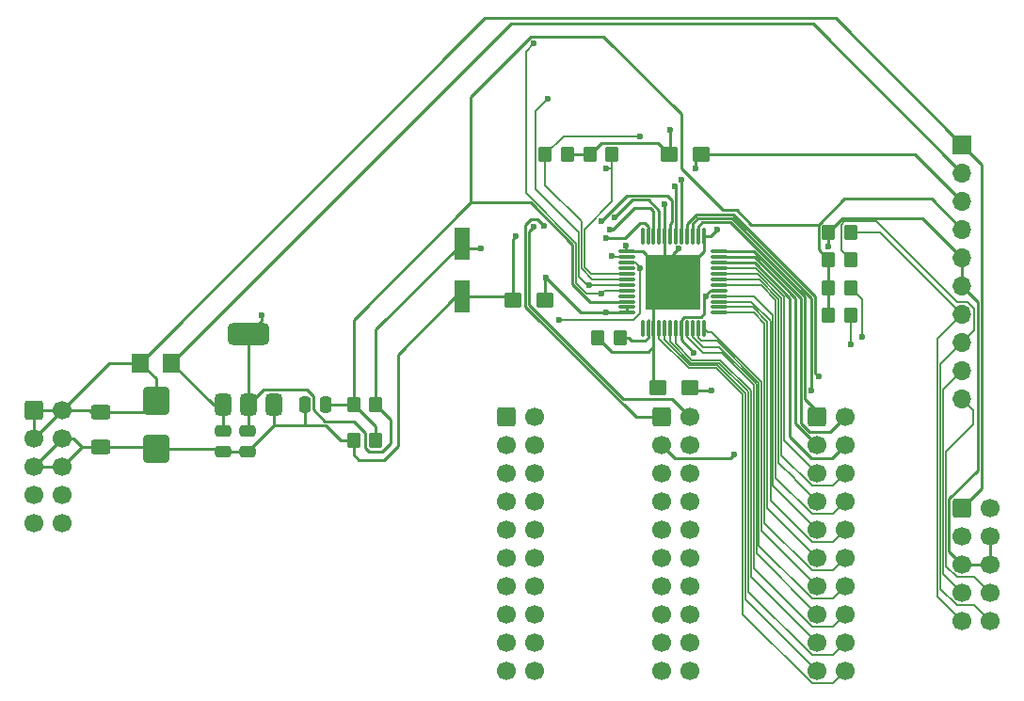
<source format=gbr>
%TF.GenerationSoftware,KiCad,Pcbnew,9.0.6-9.0.6~ubuntu22.04.1*%
%TF.CreationDate,2026-01-07T10:26:53-05:00*%
%TF.ProjectId,Hyperdrift-Display-Controller,48797065-7264-4726-9966-742d44697370,rev?*%
%TF.SameCoordinates,Original*%
%TF.FileFunction,Copper,L2,Bot*%
%TF.FilePolarity,Positive*%
%FSLAX46Y46*%
G04 Gerber Fmt 4.6, Leading zero omitted, Abs format (unit mm)*
G04 Created by KiCad (PCBNEW 9.0.6-9.0.6~ubuntu22.04.1) date 2026-01-07 10:26:53*
%MOMM*%
%LPD*%
G01*
G04 APERTURE LIST*
G04 Aperture macros list*
%AMRoundRect*
0 Rectangle with rounded corners*
0 $1 Rounding radius*
0 $2 $3 $4 $5 $6 $7 $8 $9 X,Y pos of 4 corners*
0 Add a 4 corners polygon primitive as box body*
4,1,4,$2,$3,$4,$5,$6,$7,$8,$9,$2,$3,0*
0 Add four circle primitives for the rounded corners*
1,1,$1+$1,$2,$3*
1,1,$1+$1,$4,$5*
1,1,$1+$1,$6,$7*
1,1,$1+$1,$8,$9*
0 Add four rect primitives between the rounded corners*
20,1,$1+$1,$2,$3,$4,$5,0*
20,1,$1+$1,$4,$5,$6,$7,0*
20,1,$1+$1,$6,$7,$8,$9,0*
20,1,$1+$1,$8,$9,$2,$3,0*%
G04 Aperture macros list end*
%TA.AperFunction,SMDPad,CuDef*%
%ADD10RoundRect,0.250000X0.350000X0.450000X-0.350000X0.450000X-0.350000X-0.450000X0.350000X-0.450000X0*%
%TD*%
%TA.AperFunction,SMDPad,CuDef*%
%ADD11RoundRect,0.250000X-0.350000X-0.450000X0.350000X-0.450000X0.350000X0.450000X-0.350000X0.450000X0*%
%TD*%
%TA.AperFunction,ComponentPad*%
%ADD12RoundRect,0.250000X-0.600000X-0.600000X0.600000X-0.600000X0.600000X0.600000X-0.600000X0.600000X0*%
%TD*%
%TA.AperFunction,ComponentPad*%
%ADD13C,1.700000*%
%TD*%
%TA.AperFunction,ComponentPad*%
%ADD14R,1.700000X1.700000*%
%TD*%
%TA.AperFunction,ComponentPad*%
%ADD15O,1.700000X1.700000*%
%TD*%
%TA.AperFunction,SMDPad,CuDef*%
%ADD16R,1.400000X3.000000*%
%TD*%
%TA.AperFunction,SMDPad,CuDef*%
%ADD17RoundRect,0.250000X0.537500X0.425000X-0.537500X0.425000X-0.537500X-0.425000X0.537500X-0.425000X0*%
%TD*%
%TA.AperFunction,SMDPad,CuDef*%
%ADD18RoundRect,0.250000X-0.625000X0.400000X-0.625000X-0.400000X0.625000X-0.400000X0.625000X0.400000X0*%
%TD*%
%TA.AperFunction,SMDPad,CuDef*%
%ADD19RoundRect,0.250000X-0.900000X1.000000X-0.900000X-1.000000X0.900000X-1.000000X0.900000X1.000000X0*%
%TD*%
%TA.AperFunction,SMDPad,CuDef*%
%ADD20RoundRect,0.250000X0.250000X0.475000X-0.250000X0.475000X-0.250000X-0.475000X0.250000X-0.475000X0*%
%TD*%
%TA.AperFunction,SMDPad,CuDef*%
%ADD21RoundRect,0.250000X-0.475000X0.250000X-0.475000X-0.250000X0.475000X-0.250000X0.475000X0.250000X0*%
%TD*%
%TA.AperFunction,SMDPad,CuDef*%
%ADD22R,1.600000X1.800000*%
%TD*%
%TA.AperFunction,SMDPad,CuDef*%
%ADD23RoundRect,0.375000X0.375000X-0.625000X0.375000X0.625000X-0.375000X0.625000X-0.375000X-0.625000X0*%
%TD*%
%TA.AperFunction,SMDPad,CuDef*%
%ADD24RoundRect,0.500000X1.400000X-0.500000X1.400000X0.500000X-1.400000X0.500000X-1.400000X-0.500000X0*%
%TD*%
%TA.AperFunction,SMDPad,CuDef*%
%ADD25RoundRect,0.075000X-0.075000X0.662500X-0.075000X-0.662500X0.075000X-0.662500X0.075000X0.662500X0*%
%TD*%
%TA.AperFunction,SMDPad,CuDef*%
%ADD26RoundRect,0.075000X-0.662500X0.075000X-0.662500X-0.075000X0.662500X-0.075000X0.662500X0.075000X0*%
%TD*%
%TA.AperFunction,HeatsinkPad*%
%ADD27R,5.000000X5.000000*%
%TD*%
%TA.AperFunction,ViaPad*%
%ADD28C,0.600000*%
%TD*%
%TA.AperFunction,Conductor*%
%ADD29C,0.150000*%
%TD*%
%TA.AperFunction,Conductor*%
%ADD30C,0.250000*%
%TD*%
G04 APERTURE END LIST*
D10*
%TO.P,R1,2*%
%TO.N,GND*%
X157000000Y-72000000D03*
%TO.P,R1,1*%
%TO.N,IICRST*%
X159000000Y-72000000D03*
%TD*%
D11*
%TO.P,R9,2*%
%TO.N,SCL*%
X159000000Y-79500000D03*
%TO.P,R9,1*%
%TO.N,3.3V*%
X157000000Y-79500000D03*
%TD*%
D12*
%TO.P,J1,1,Pin_1*%
%TO.N,SINK_{00}*%
X128000000Y-88620000D03*
D13*
%TO.P,J1,2,Pin_2*%
%TO.N,SINK_{01}*%
X130540000Y-88620000D03*
%TO.P,J1,3,Pin_3*%
%TO.N,SINK_{02}*%
X128000000Y-91160000D03*
%TO.P,J1,4,Pin_4*%
%TO.N,SINK_{03}*%
X130540000Y-91160000D03*
%TO.P,J1,5,Pin_5*%
%TO.N,SRC_{00}*%
X128000000Y-93700000D03*
%TO.P,J1,6,Pin_6*%
%TO.N,SRC_{01}*%
X130540000Y-93700000D03*
%TO.P,J1,7,Pin_7*%
%TO.N,SRC_{02}*%
X128000000Y-96240000D03*
%TO.P,J1,8,Pin_8*%
%TO.N,SRC_{03}*%
X130540000Y-96240000D03*
%TO.P,J1,9,Pin_9*%
%TO.N,SRC_{04}*%
X128000000Y-98780000D03*
%TO.P,J1,10,Pin_10*%
%TO.N,SRC_{05}*%
X130540000Y-98780000D03*
%TO.P,J1,11,Pin_11*%
%TO.N,SRC_{06}*%
X128000000Y-101320000D03*
%TO.P,J1,12,Pin_12*%
%TO.N,SRC_{07}*%
X130540000Y-101320000D03*
%TO.P,J1,13,Pin_13*%
%TO.N,SRC_{08}*%
X128000000Y-103860000D03*
%TO.P,J1,14,Pin_14*%
%TO.N,SRC_{09}*%
X130540000Y-103860000D03*
%TO.P,J1,15,Pin_15*%
%TO.N,SRC_{10}*%
X128000000Y-106400000D03*
%TO.P,J1,16,Pin_16*%
%TO.N,SRC_{11}*%
X130540000Y-106400000D03*
%TO.P,J1,17,Pin_17*%
%TO.N,SRC_{12}*%
X128000000Y-108940000D03*
%TO.P,J1,18,Pin_18*%
%TO.N,SRC_{13}*%
X130540000Y-108940000D03*
%TO.P,J1,19,Pin_19*%
%TO.N,SRC_{14}*%
X128000000Y-111480000D03*
%TO.P,J1,20,Pin_20*%
%TO.N,SRC_{15}*%
X130540000Y-111480000D03*
%TD*%
D12*
%TO.P,J4,1,Pin_1*%
%TO.N,VIN*%
X85500000Y-88000000D03*
D13*
%TO.P,J4,2,Pin_2*%
X88040000Y-88000000D03*
%TO.P,J4,3,Pin_3*%
X85500000Y-90540000D03*
%TO.P,J4,4,Pin_4*%
%TO.N,GND*%
X88040000Y-90540000D03*
%TO.P,J4,5,Pin_5*%
X85500000Y-93080000D03*
%TO.P,J4,6,Pin_6*%
X88040000Y-93080000D03*
%TO.P,J4,7,Pin_7*%
%TO.N,SDA*%
X85500000Y-95620000D03*
%TO.P,J4,8,Pin_8*%
%TO.N,SCL*%
X88040000Y-95620000D03*
%TO.P,J4,9,Pin_9*%
%TO.N,IICRST*%
X85500000Y-98160000D03*
%TO.P,J4,10,Pin_10*%
%TO.N,SDB*%
X88040000Y-98160000D03*
%TD*%
D14*
%TO.P,J6,1,Pin_1*%
%TO.N,VIN*%
X169000000Y-64140000D03*
D15*
%TO.P,J6,2,Pin_2*%
%TO.N,12V*%
X169000000Y-66680000D03*
%TO.P,J6,3,Pin_3*%
%TO.N,5V*%
X169000000Y-69220000D03*
%TO.P,J6,4,Pin_4*%
%TO.N,3.3V*%
X169000000Y-71760000D03*
%TO.P,J6,5,Pin_5*%
%TO.N,GND*%
X169000000Y-74300000D03*
%TO.P,J6,6,Pin_6*%
X169000000Y-76840000D03*
%TO.P,J6,7,Pin_7*%
%TO.N,IICRST*%
X169000000Y-79380000D03*
%TO.P,J6,8,Pin_8*%
%TO.N,SDB*%
X169000000Y-81920000D03*
%TO.P,J6,9,Pin_9*%
%TO.N,SDA*%
X169000000Y-84460000D03*
%TO.P,J6,10,Pin_10*%
%TO.N,SCL*%
X169000000Y-87000000D03*
%TD*%
D12*
%TO.P,J2,1,Pin_1*%
%TO.N,SINK_{04}*%
X141960000Y-88620000D03*
D13*
%TO.P,J2,2,Pin_2*%
%TO.N,SINK_{05}*%
X144500000Y-88620000D03*
%TO.P,J2,3,Pin_3*%
%TO.N,SINK_{06}*%
X141960000Y-91160000D03*
%TO.P,J2,4,Pin_4*%
%TO.N,SINK_{07}*%
X144500000Y-91160000D03*
%TO.P,J2,5,Pin_5*%
%TO.N,SRC_{00}*%
X141960000Y-93700000D03*
%TO.P,J2,6,Pin_6*%
%TO.N,SRC_{01}*%
X144500000Y-93700000D03*
%TO.P,J2,7,Pin_7*%
%TO.N,SRC_{02}*%
X141960000Y-96240000D03*
%TO.P,J2,8,Pin_8*%
%TO.N,SRC_{03}*%
X144500000Y-96240000D03*
%TO.P,J2,9,Pin_9*%
%TO.N,SRC_{04}*%
X141960000Y-98780000D03*
%TO.P,J2,10,Pin_10*%
%TO.N,SRC_{05}*%
X144500000Y-98780000D03*
%TO.P,J2,11,Pin_11*%
%TO.N,SRC_{06}*%
X141960000Y-101320000D03*
%TO.P,J2,12,Pin_12*%
%TO.N,SRC_{07}*%
X144500000Y-101320000D03*
%TO.P,J2,13,Pin_13*%
%TO.N,SRC_{08}*%
X141960000Y-103860000D03*
%TO.P,J2,14,Pin_14*%
%TO.N,SRC_{09}*%
X144500000Y-103860000D03*
%TO.P,J2,15,Pin_15*%
%TO.N,SRC_{10}*%
X141960000Y-106400000D03*
%TO.P,J2,16,Pin_16*%
%TO.N,SRC_{11}*%
X144500000Y-106400000D03*
%TO.P,J2,17,Pin_17*%
%TO.N,SRC_{12}*%
X141960000Y-108940000D03*
%TO.P,J2,18,Pin_18*%
%TO.N,SRC_{13}*%
X144500000Y-108940000D03*
%TO.P,J2,19,Pin_19*%
%TO.N,SRC_{14}*%
X141960000Y-111480000D03*
%TO.P,J2,20,Pin_20*%
%TO.N,SRC_{15}*%
X144500000Y-111480000D03*
%TD*%
D12*
%TO.P,J5,1,Pin_1*%
%TO.N,VIN*%
X169000000Y-96840000D03*
D13*
%TO.P,J5,2,Pin_2*%
X171540000Y-96840000D03*
%TO.P,J5,3,Pin_3*%
X169000000Y-99380000D03*
%TO.P,J5,4,Pin_4*%
%TO.N,GND*%
X171540000Y-99380000D03*
%TO.P,J5,5,Pin_5*%
X169000000Y-101920000D03*
%TO.P,J5,6,Pin_6*%
X171540000Y-101920000D03*
%TO.P,J5,7,Pin_7*%
%TO.N,SDA*%
X169000000Y-104460000D03*
%TO.P,J5,8,Pin_8*%
%TO.N,SCL*%
X171540000Y-104460000D03*
%TO.P,J5,9,Pin_9*%
%TO.N,IICRST*%
X169000000Y-107000000D03*
%TO.P,J5,10,Pin_10*%
%TO.N,SDB*%
X171540000Y-107000000D03*
%TD*%
D12*
%TO.P,J3,1,Pin_1*%
%TO.N,SINK_{08}*%
X155960000Y-88620000D03*
D13*
%TO.P,J3,2,Pin_2*%
%TO.N,SINK_{09}*%
X158500000Y-88620000D03*
%TO.P,J3,3,Pin_3*%
%TO.N,SINK_{10}*%
X155960000Y-91160000D03*
%TO.P,J3,4,Pin_4*%
%TO.N,SINK_{11}*%
X158500000Y-91160000D03*
%TO.P,J3,5,Pin_5*%
%TO.N,SRC_{00}*%
X155960000Y-93700000D03*
%TO.P,J3,6,Pin_6*%
%TO.N,SRC_{01}*%
X158500000Y-93700000D03*
%TO.P,J3,7,Pin_7*%
%TO.N,SRC_{02}*%
X155960000Y-96240000D03*
%TO.P,J3,8,Pin_8*%
%TO.N,SRC_{03}*%
X158500000Y-96240000D03*
%TO.P,J3,9,Pin_9*%
%TO.N,SRC_{04}*%
X155960000Y-98780000D03*
%TO.P,J3,10,Pin_10*%
%TO.N,SRC_{05}*%
X158500000Y-98780000D03*
%TO.P,J3,11,Pin_11*%
%TO.N,SRC_{06}*%
X155960000Y-101320000D03*
%TO.P,J3,12,Pin_12*%
%TO.N,SRC_{07}*%
X158500000Y-101320000D03*
%TO.P,J3,13,Pin_13*%
%TO.N,SRC_{08}*%
X155960000Y-103860000D03*
%TO.P,J3,14,Pin_14*%
%TO.N,SRC_{09}*%
X158500000Y-103860000D03*
%TO.P,J3,15,Pin_15*%
%TO.N,SRC_{10}*%
X155960000Y-106400000D03*
%TO.P,J3,16,Pin_16*%
%TO.N,SRC_{11}*%
X158500000Y-106400000D03*
%TO.P,J3,17,Pin_17*%
%TO.N,SRC_{12}*%
X155960000Y-108940000D03*
%TO.P,J3,18,Pin_18*%
%TO.N,SRC_{13}*%
X158500000Y-108940000D03*
%TO.P,J3,19,Pin_19*%
%TO.N,SRC_{14}*%
X155960000Y-111480000D03*
%TO.P,J3,20,Pin_20*%
%TO.N,SRC_{15}*%
X158500000Y-111480000D03*
%TD*%
D11*
%TO.P,R3,1*%
%TO.N,3.3V*%
X157000000Y-74500000D03*
%TO.P,R3,2*%
%TO.N,SDB*%
X159000000Y-74500000D03*
%TD*%
D16*
%TO.P,C3,1*%
%TO.N,5V*%
X124000000Y-73000000D03*
%TO.P,C3,2*%
%TO.N,GND*%
X124000000Y-77800000D03*
%TD*%
D17*
%TO.P,C9,1*%
%TO.N,5V*%
X131437500Y-78120000D03*
%TO.P,C9,2*%
%TO.N,GND*%
X128562500Y-78120000D03*
%TD*%
D10*
%TO.P,R6,1*%
%TO.N,ADDR2*%
X137500000Y-65000000D03*
%TO.P,R6,2*%
%TO.N,GND*%
X135500000Y-65000000D03*
%TD*%
D18*
%TO.P,RV1,1*%
%TO.N,VIN*%
X91500000Y-88200000D03*
%TO.P,RV1,2*%
%TO.N,GND*%
X91500000Y-91300000D03*
%TD*%
D10*
%TO.P,R5,1*%
%TO.N,5V*%
X116250000Y-87500000D03*
%TO.P,R5,2*%
%TO.N,3.3V*%
X114250000Y-87500000D03*
%TD*%
D17*
%TO.P,C7,1*%
%TO.N,5V*%
X145500000Y-65000000D03*
%TO.P,C7,2*%
%TO.N,GND*%
X142625000Y-65000000D03*
%TD*%
D19*
%TO.P,D1,1,K*%
%TO.N,VIN*%
X96500000Y-87200000D03*
%TO.P,D1,2,A*%
%TO.N,GND*%
X96500000Y-91500000D03*
%TD*%
D20*
%TO.P,C4,1*%
%TO.N,3.3V*%
X111750000Y-87500000D03*
%TO.P,C4,2*%
%TO.N,GND*%
X109850000Y-87500000D03*
%TD*%
D21*
%TO.P,C1,1*%
%TO.N,5V*%
X104750000Y-89850000D03*
%TO.P,C1,2*%
%TO.N,GND*%
X104750000Y-91750000D03*
%TD*%
D10*
%TO.P,R4,1*%
%TO.N,3.3V*%
X116250000Y-90750000D03*
%TO.P,R4,2*%
%TO.N,GND*%
X114250000Y-90750000D03*
%TD*%
%TO.P,R2,1*%
%TO.N,/RSET*%
X138250000Y-81500000D03*
%TO.P,R2,2*%
%TO.N,GND*%
X136250000Y-81500000D03*
%TD*%
D21*
%TO.P,C2,1*%
%TO.N,12V*%
X102500000Y-89850000D03*
%TO.P,C2,2*%
%TO.N,GND*%
X102500000Y-91750000D03*
%TD*%
D22*
%TO.P,F1,1*%
%TO.N,VIN*%
X95100000Y-83750000D03*
%TO.P,F1,2*%
%TO.N,12V*%
X97900000Y-83750000D03*
%TD*%
D23*
%TO.P,U2,1,GND*%
%TO.N,GND*%
X107100000Y-87500000D03*
%TO.P,U2,2,VO*%
%TO.N,5V*%
X104800000Y-87500000D03*
D24*
X104800000Y-81200000D03*
D23*
%TO.P,U2,3,VI*%
%TO.N,12V*%
X102500000Y-87500000D03*
%TD*%
D11*
%TO.P,R7,1*%
%TO.N,ADDR1*%
X131500000Y-65000000D03*
%TO.P,R7,2*%
%TO.N,GND*%
X133500000Y-65000000D03*
%TD*%
D17*
%TO.P,C8,1*%
%TO.N,5V*%
X144500000Y-86000000D03*
%TO.P,C8,2*%
%TO.N,GND*%
X141625000Y-86000000D03*
%TD*%
D11*
%TO.P,R8,1*%
%TO.N,3.3V*%
X157000000Y-77000000D03*
%TO.P,R8,2*%
%TO.N,SDA*%
X159000000Y-77000000D03*
%TD*%
D25*
%TO.P,U1,1,NC*%
%TO.N,unconnected-(U1-NC-Pad1)*%
X140250000Y-72337500D03*
%TO.P,U1,2,SW1*%
%TO.N,SINK_{00}*%
X140750000Y-72337500D03*
%TO.P,U1,3,SW2*%
%TO.N,SINK_{01}*%
X141250000Y-72337500D03*
%TO.P,U1,4,SW3*%
%TO.N,SINK_{02}*%
X141750000Y-72337500D03*
%TO.P,U1,5,PGND*%
%TO.N,GND*%
X142250000Y-72337500D03*
%TO.P,U1,6,SW4*%
%TO.N,SINK_{03}*%
X142750000Y-72337500D03*
%TO.P,U1,7,SW5*%
%TO.N,SINK_{04}*%
X143250000Y-72337500D03*
%TO.P,U1,8,SW6*%
%TO.N,SINK_{05}*%
X143750000Y-72337500D03*
%TO.P,U1,9,SW7*%
%TO.N,SINK_{06}*%
X144250000Y-72337500D03*
%TO.P,U1,10,SW8*%
%TO.N,SINK_{07}*%
X144750000Y-72337500D03*
%TO.P,U1,11,SW9*%
%TO.N,SINK_{08}*%
X145250000Y-72337500D03*
%TO.P,U1,12,PGND*%
%TO.N,GND*%
X145750000Y-72337500D03*
D26*
%TO.P,U1,13,SW10*%
%TO.N,SINK_{09}*%
X147162500Y-73750000D03*
%TO.P,U1,14,SW11*%
%TO.N,SINK_{10}*%
X147162500Y-74250000D03*
%TO.P,U1,15,SW12*%
%TO.N,SINK_{11}*%
X147162500Y-74750000D03*
%TO.P,U1,16,CS1*%
%TO.N,SRC_{00}*%
X147162500Y-75250000D03*
%TO.P,U1,17,CS2*%
%TO.N,SRC_{01}*%
X147162500Y-75750000D03*
%TO.P,U1,18,CS3*%
%TO.N,SRC_{02}*%
X147162500Y-76250000D03*
%TO.P,U1,19,CS4*%
%TO.N,SRC_{03}*%
X147162500Y-76750000D03*
%TO.P,U1,20,PVCC*%
%TO.N,5V*%
X147162500Y-77250000D03*
%TO.P,U1,21,CS5*%
%TO.N,SRC_{04}*%
X147162500Y-77750000D03*
%TO.P,U1,22,CS6*%
%TO.N,SRC_{05}*%
X147162500Y-78250000D03*
%TO.P,U1,23,CS7*%
%TO.N,SRC_{06}*%
X147162500Y-78750000D03*
%TO.P,U1,24,CS8*%
%TO.N,SRC_{07}*%
X147162500Y-79250000D03*
D25*
%TO.P,U1,25,CS9*%
%TO.N,SRC_{08}*%
X145750000Y-80662500D03*
%TO.P,U1,26,CS10*%
%TO.N,SRC_{09}*%
X145250000Y-80662500D03*
%TO.P,U1,27,CS11*%
%TO.N,SRC_{10}*%
X144750000Y-80662500D03*
%TO.P,U1,28,CS12*%
%TO.N,SRC_{11}*%
X144250000Y-80662500D03*
%TO.P,U1,29,PVCC*%
%TO.N,5V*%
X143750000Y-80662500D03*
%TO.P,U1,30,CS13*%
%TO.N,SRC_{12}*%
X143250000Y-80662500D03*
%TO.P,U1,31,CS14*%
%TO.N,SRC_{13}*%
X142750000Y-80662500D03*
%TO.P,U1,32,CS15*%
%TO.N,SRC_{14}*%
X142250000Y-80662500D03*
%TO.P,U1,33,CS16*%
%TO.N,SRC_{15}*%
X141750000Y-80662500D03*
%TO.P,U1,34,AGND*%
%TO.N,GND*%
X141250000Y-80662500D03*
%TO.P,U1,35,RSET*%
%TO.N,/RSET*%
X140750000Y-80662500D03*
%TO.P,U1,36,NC*%
%TO.N,unconnected-(U1-NC-Pad36)*%
X140250000Y-80662500D03*
D26*
%TO.P,U1,37,AVCC*%
%TO.N,5V*%
X138837500Y-79250000D03*
%TO.P,U1,38,DVCC*%
X138837500Y-78750000D03*
%TO.P,U1,39,VIO*%
%TO.N,3.3V*%
X138837500Y-78250000D03*
%TO.P,U1,40,SYNC*%
%TO.N,unconnected-(U1-SYNC-Pad40)*%
X138837500Y-77750000D03*
%TO.P,U1,41,SDA*%
%TO.N,SDA*%
X138837500Y-77250000D03*
%TO.P,U1,42,SCL*%
%TO.N,SCL*%
X138837500Y-76750000D03*
%TO.P,U1,43,ADDR1*%
%TO.N,ADDR1*%
X138837500Y-76250000D03*
%TO.P,U1,44,ADDR2*%
%TO.N,ADDR2*%
X138837500Y-75750000D03*
%TO.P,U1,45,~{INTB}*%
%TO.N,unconnected-(U1-~{INTB}-Pad45)*%
X138837500Y-75250000D03*
%TO.P,U1,46,~{SDB}*%
%TO.N,SDB*%
X138837500Y-74750000D03*
%TO.P,U1,47,IICRST*%
%TO.N,IICRST*%
X138837500Y-74250000D03*
%TO.P,U1,48,GND*%
%TO.N,GND*%
X138837500Y-73750000D03*
D27*
%TO.P,U1,49,GND*%
X143000000Y-76500000D03*
%TD*%
D28*
%TO.N,GND*%
X143500000Y-73500000D03*
%TO.N,5V*%
X145000000Y-66250000D03*
X106000000Y-79500000D03*
%TO.N,GND*%
X138733058Y-73175000D03*
X128850000Y-72350000D03*
%TO.N,5V*%
X137000000Y-79250000D03*
%TO.N,SDA*%
X160000000Y-81425000D03*
%TO.N,SCL*%
X159000000Y-82075000D03*
%TO.N,SDB*%
X140002000Y-75257114D03*
%TO.N,5V*%
X131550000Y-76100000D03*
%TO.N,SINK_{00}*%
X137000000Y-72500000D03*
%TO.N,SINK_{01}*%
X137282724Y-71750000D03*
%TO.N,SINK_{03}*%
X136531587Y-71031587D03*
%TO.N,ADDR2*%
X137000000Y-66250000D03*
%TO.N,ADDR1*%
X140000000Y-63349000D03*
%TO.N,GND*%
X142250000Y-69500000D03*
%TO.N,SINK_{02}*%
X137771529Y-70675529D03*
%TO.N,IICRST*%
X137500000Y-74175000D03*
%TO.N,SDB*%
X132750000Y-79875000D03*
%TO.N,SINK_{04}*%
X143125000Y-67875000D03*
X131419232Y-71464652D03*
%TO.N,SINK_{05}*%
X143750000Y-67250000D03*
X130500000Y-71500000D03*
%TO.N,SCL*%
X131750000Y-60000000D03*
%TO.N,SDA*%
X130500000Y-55000000D03*
%TO.N,SINK_{06}*%
X148500000Y-91999000D03*
X156091000Y-85000000D03*
%TO.N,SINK_{07}*%
X155466000Y-86250000D03*
%TO.N,GND*%
X157000000Y-73250000D03*
X147000000Y-71750000D03*
X142750000Y-62750000D03*
%TO.N,SCL*%
X135481833Y-76800000D03*
%TO.N,SDA*%
X136550000Y-77493058D03*
%TO.N,5V*%
X125750000Y-73500000D03*
X146500000Y-86250000D03*
X144893414Y-82856586D03*
X145927002Y-77779822D03*
%TD*%
D29*
%TO.N,SDA*%
X136539380Y-77482438D02*
X136550000Y-77493058D01*
X135167562Y-77482438D02*
X136539380Y-77482438D01*
X129750000Y-68500000D02*
X129750000Y-55750000D01*
X135167562Y-77482438D02*
X134250000Y-76564876D01*
X134250000Y-76564876D02*
X134250000Y-73000000D01*
X134250000Y-73000000D02*
X129750000Y-68500000D01*
X129750000Y-55750000D02*
X130500000Y-55000000D01*
X136550000Y-77493058D02*
X136793058Y-77250000D01*
X136793058Y-77250000D02*
X138837500Y-77250000D01*
%TO.N,SCL*%
X130624000Y-68124000D02*
X130624000Y-61126000D01*
X135481833Y-76800000D02*
X135299712Y-76800000D01*
X135663954Y-76800000D02*
X135713954Y-76750000D01*
X134500000Y-76000288D02*
X134500000Y-72000000D01*
X135299712Y-76800000D02*
X134500000Y-76000288D01*
X134500000Y-72000000D02*
X130624000Y-68124000D01*
X130624000Y-61126000D02*
X131750000Y-60000000D01*
X135481833Y-76800000D02*
X135663954Y-76800000D01*
X135713954Y-76750000D02*
X138837500Y-76750000D01*
D30*
%TO.N,GND*%
X143500000Y-73500000D02*
X143000000Y-74000000D01*
X143000000Y-74000000D02*
X143000000Y-76500000D01*
%TO.N,5V*%
X145000000Y-66250000D02*
X145000000Y-65500000D01*
X145000000Y-65500000D02*
X145500000Y-65000000D01*
%TO.N,GND*%
X142750000Y-64875000D02*
X142625000Y-65000000D01*
X142750000Y-62750000D02*
X142750000Y-64875000D01*
%TO.N,3.3V*%
X124817232Y-69330768D02*
X124817232Y-59797470D01*
X124817232Y-59797470D02*
X130240702Y-54374000D01*
X130240702Y-54374000D02*
X136750000Y-54374000D01*
X143750000Y-66250000D02*
X147500000Y-70000000D01*
X147500000Y-70000000D02*
X148715986Y-70000000D01*
X148715986Y-70000000D02*
X150020472Y-71304486D01*
X150020472Y-71304486D02*
X156074000Y-71304486D01*
X136750000Y-54374000D02*
X143750000Y-61374000D01*
X143750000Y-61374000D02*
X143750000Y-66250000D01*
%TO.N,5V*%
X116250000Y-87500000D02*
X117633877Y-88883877D01*
X116845514Y-91776000D02*
X115654486Y-91776000D01*
X117633877Y-88883877D02*
X117633877Y-90987637D01*
X117633877Y-90987637D02*
X116845514Y-91776000D01*
X115654486Y-91776000D02*
X115324000Y-91445514D01*
X115324000Y-91445514D02*
X115324000Y-90054486D01*
X115324000Y-90054486D02*
X114269514Y-89000000D01*
X114269514Y-89000000D02*
X111703486Y-89000000D01*
X111703486Y-89000000D02*
X110676000Y-87972514D01*
X110676000Y-87972514D02*
X110676000Y-86779486D01*
X110676000Y-86779486D02*
X110070514Y-86174000D01*
X110070514Y-86174000D02*
X106126000Y-86174000D01*
X106126000Y-86174000D02*
X104800000Y-87500000D01*
%TO.N,GND*%
X107100000Y-89400000D02*
X109750000Y-89400000D01*
X109850000Y-87500000D02*
X109850000Y-89300000D01*
X109850000Y-89300000D02*
X109750000Y-89400000D01*
X113100000Y-90750000D02*
X111750000Y-89400000D01*
X109750000Y-89400000D02*
X111750000Y-89400000D01*
X117000000Y-92500000D02*
X118250000Y-91250000D01*
X118250000Y-91250000D02*
X118250000Y-83000000D01*
X114250000Y-90750000D02*
X114250000Y-92000000D01*
X114250000Y-92000000D02*
X114750000Y-92500000D01*
X114750000Y-92500000D02*
X117000000Y-92500000D01*
X118250000Y-83000000D02*
X123450000Y-77800000D01*
X123450000Y-77800000D02*
X124000000Y-77800000D01*
%TO.N,5V*%
X106000000Y-79500000D02*
X106000000Y-80000000D01*
X106000000Y-80000000D02*
X104800000Y-81200000D01*
D29*
%TO.N,SRC_{12}*%
X144722240Y-83500000D02*
X143250000Y-82027760D01*
D30*
%TO.N,SINK_{03}*%
X138811760Y-68750000D02*
X136531587Y-71030173D01*
X136531587Y-71030173D02*
X136531587Y-71031587D01*
%TO.N,SINK_{01}*%
X137282724Y-71750000D02*
X137582356Y-71750000D01*
X137582356Y-71750000D02*
X139545733Y-69786623D01*
X141250000Y-70073246D02*
X141250000Y-72337500D01*
X139545733Y-69786623D02*
X140963377Y-69786623D01*
X140963377Y-69786623D02*
X141250000Y-70073246D01*
D29*
%TO.N,SDB*%
X140002000Y-75257114D02*
X140002000Y-79321468D01*
D30*
%TO.N,SINK_{03}*%
X142909000Y-69159000D02*
X142909000Y-71091000D01*
X142750000Y-71250000D02*
X142909000Y-71091000D01*
%TO.N,GND*%
X142250000Y-69500000D02*
X142250000Y-72337500D01*
%TO.N,SINK_{02}*%
X140750000Y-69091000D02*
X139356058Y-69091000D01*
%TO.N,GND*%
X138733058Y-73645558D02*
X138837500Y-73750000D01*
X138733058Y-73175000D02*
X138733058Y-73645558D01*
X128850000Y-72350000D02*
X128562500Y-72637500D01*
X128562500Y-72637500D02*
X128562500Y-78120000D01*
X88040000Y-90540000D02*
X89060000Y-90540000D01*
X89060000Y-90540000D02*
X89820000Y-91300000D01*
%TO.N,VIN*%
X96500000Y-87200000D02*
X96500000Y-85150000D01*
X96500000Y-85150000D02*
X95100000Y-83750000D01*
X169000000Y-96840000D02*
X170758000Y-95082000D01*
X170758000Y-95082000D02*
X170758000Y-65898000D01*
X170758000Y-65898000D02*
X169000000Y-64140000D01*
%TO.N,GND*%
X169000000Y-76840000D02*
X170417000Y-78257000D01*
X170417000Y-78257000D02*
X170417000Y-93401486D01*
%TO.N,5V*%
X138837500Y-79250000D02*
X137000000Y-79250000D01*
D29*
%TO.N,SDA*%
X159000000Y-77000000D02*
X160000000Y-78000000D01*
X160000000Y-78000000D02*
X160000000Y-81425000D01*
%TO.N,SCL*%
X159000000Y-79500000D02*
X159000000Y-82075000D01*
%TO.N,SRC_{04}*%
X147162500Y-77750000D02*
X150250000Y-77750000D01*
X150250000Y-77750000D02*
X152009000Y-79509000D01*
X152009000Y-79509000D02*
X152009000Y-94829000D01*
X152009000Y-94829000D02*
X155960000Y-98780000D01*
D30*
%TO.N,GND*%
X141250000Y-82250000D02*
X141250000Y-80662500D01*
X141250000Y-82250000D02*
X140750000Y-82750000D01*
X140750000Y-82750000D02*
X137500000Y-82750000D01*
X137500000Y-82750000D02*
X136250000Y-81500000D01*
%TO.N,SINK_{04}*%
X131419232Y-71464652D02*
X130828580Y-70874000D01*
X130240702Y-70874000D02*
X129733000Y-71381702D01*
X130828580Y-70874000D02*
X130240702Y-70874000D01*
X129733000Y-71381702D02*
X129733000Y-78681761D01*
X129733000Y-78681761D02*
X139671239Y-88620000D01*
X139671239Y-88620000D02*
X141960000Y-88620000D01*
%TO.N,SINK_{05}*%
X144500000Y-88620000D02*
X142881000Y-87001000D01*
X142881000Y-87001000D02*
X138534486Y-87001000D01*
X138534486Y-87001000D02*
X130074000Y-78540514D01*
X130074000Y-78540514D02*
X130074000Y-71926000D01*
X130074000Y-71926000D02*
X130500000Y-71500000D01*
%TO.N,/RSET*%
X140750000Y-80662500D02*
X140750000Y-81469178D01*
X140750000Y-81469178D02*
X140493178Y-81726000D01*
X140493178Y-81726000D02*
X139226000Y-81726000D01*
X139226000Y-81726000D02*
X139000000Y-81500000D01*
X139000000Y-81500000D02*
X138250000Y-81500000D01*
%TO.N,5V*%
X131437500Y-78120000D02*
X131437500Y-76212500D01*
X131437500Y-76212500D02*
X131550000Y-76100000D01*
X131550000Y-76100000D02*
X134700000Y-79250000D01*
X137000000Y-79250000D02*
X134700000Y-79250000D01*
%TO.N,SINK_{00}*%
X138694908Y-72500000D02*
X139986925Y-71207983D01*
X137000000Y-72500000D02*
X138694908Y-72500000D01*
%TO.N,SINK_{03}*%
X142500000Y-68750000D02*
X138811760Y-68750000D01*
%TO.N,SINK_{00}*%
X140427161Y-71207983D02*
X139986925Y-71207983D01*
X140750000Y-71530822D02*
X140427161Y-71207983D01*
X140750000Y-72337500D02*
X140750000Y-71530822D01*
%TO.N,3.3V*%
X138837500Y-78250000D02*
X135523588Y-78250000D01*
X133959000Y-76685412D02*
X133959000Y-73120536D01*
X135523588Y-78250000D02*
X133959000Y-76685412D01*
X133959000Y-73120536D02*
X130169232Y-69330768D01*
X130169232Y-69330768D02*
X124817232Y-69330768D01*
D29*
%TO.N,ADDR2*%
X137500000Y-66250000D02*
X137500000Y-65000000D01*
X137500000Y-66250000D02*
X137000000Y-66250000D01*
X137000000Y-65500000D02*
X137500000Y-65000000D01*
%TO.N,ADDR1*%
X133151000Y-63349000D02*
X140000000Y-63349000D01*
X131500000Y-65000000D02*
X133151000Y-63349000D01*
D30*
%TO.N,SINK_{02}*%
X137771529Y-70675529D02*
X139356058Y-69091000D01*
X141750000Y-70091000D02*
X141750000Y-72337500D01*
X140750000Y-69091000D02*
X141750000Y-70091000D01*
%TO.N,SINK_{03}*%
X142909000Y-69159000D02*
X142500000Y-68750000D01*
X142750000Y-72337500D02*
X142750000Y-71250000D01*
D29*
%TO.N,IICRST*%
X138837500Y-74250000D02*
X137575000Y-74250000D01*
X137575000Y-74250000D02*
X137500000Y-74175000D01*
%TO.N,SDB*%
X139448468Y-79875000D02*
X132750000Y-79875000D01*
X140002000Y-79321468D02*
X139448468Y-79875000D01*
X140002000Y-75178532D02*
X139573468Y-74750000D01*
X139573468Y-74750000D02*
X138837500Y-74750000D01*
D30*
%TO.N,VIN*%
X169000000Y-64140000D02*
X157610000Y-52750000D01*
X157610000Y-52750000D02*
X126100000Y-52750000D01*
X126100000Y-52750000D02*
X95100000Y-83750000D01*
%TO.N,12V*%
X169000000Y-66680000D02*
X155570000Y-53250000D01*
X155570000Y-53250000D02*
X128400000Y-53250000D01*
X128400000Y-53250000D02*
X97900000Y-83750000D01*
%TO.N,5V*%
X147162500Y-77250000D02*
X146355822Y-77250000D01*
X146355822Y-77250000D02*
X145826000Y-77779822D01*
X145826000Y-77779822D02*
X145826000Y-79279822D01*
X145826000Y-79279822D02*
X145506822Y-79599000D01*
X145506822Y-79599000D02*
X144006822Y-79599000D01*
X144006822Y-79599000D02*
X143750000Y-79855822D01*
X143750000Y-79855822D02*
X143750000Y-80662500D01*
%TO.N,SINK_{06}*%
X145075753Y-70442000D02*
X148452298Y-70442000D01*
X144250000Y-72337500D02*
X144250000Y-71267754D01*
X144250000Y-71267754D02*
X145075753Y-70442000D01*
%TO.N,SINK_{07}*%
X148636086Y-71113914D02*
X155466000Y-77943829D01*
X144750000Y-71250000D02*
X145217000Y-70783000D01*
X145217000Y-70783000D02*
X148305173Y-70783000D01*
X148305173Y-70783000D02*
X148636086Y-71113914D01*
%TO.N,SINK_{08}*%
X145250000Y-72337500D02*
X145250000Y-71500000D01*
X145250000Y-71500000D02*
X145626000Y-71124000D01*
X145626000Y-71124000D02*
X148163926Y-71124000D01*
X148163926Y-71124000D02*
X154841000Y-77801075D01*
X154841000Y-87000000D02*
X155960000Y-88119000D01*
X154841000Y-77801075D02*
X154841000Y-87000000D01*
X155960000Y-88119000D02*
X155960000Y-88620000D01*
%TO.N,VIN*%
X88040000Y-88000000D02*
X92290000Y-83750000D01*
X92290000Y-83750000D02*
X95100000Y-83750000D01*
%TO.N,SINK_{04}*%
X143250000Y-68000000D02*
X143125000Y-67875000D01*
X143250000Y-72337500D02*
X143250000Y-68000000D01*
%TO.N,SINK_{05}*%
X143750000Y-67250000D02*
X143750000Y-72337500D01*
%TO.N,3.3V*%
X124817232Y-69330768D02*
X114250000Y-79898000D01*
X114250000Y-79898000D02*
X114250000Y-87500000D01*
%TO.N,/RSET*%
X140750000Y-79855822D02*
X140750000Y-80662500D01*
%TO.N,5V*%
X138837500Y-79250000D02*
X138837500Y-78750000D01*
%TO.N,SINK_{06}*%
X155807000Y-84716000D02*
X155807000Y-77796702D01*
X143136000Y-92336000D02*
X148163000Y-92336000D01*
X148163000Y-92336000D02*
X148500000Y-91999000D01*
X141960000Y-91160000D02*
X143136000Y-92336000D01*
X156091000Y-85000000D02*
X155807000Y-84716000D01*
X155807000Y-77796702D02*
X148452298Y-70442000D01*
%TO.N,SINK_{07}*%
X155466000Y-84000000D02*
X155466000Y-86250000D01*
X155466000Y-77943829D02*
X155466000Y-84000000D01*
%TO.N,GND*%
X157000000Y-72000000D02*
X158267000Y-70733000D01*
X158267000Y-70733000D02*
X165433000Y-70733000D01*
X165433000Y-70733000D02*
X169000000Y-74300000D01*
%TO.N,3.3V*%
X157000000Y-74500000D02*
X156074000Y-73574000D01*
X156074000Y-73574000D02*
X156074000Y-71304486D01*
X156074000Y-71304486D02*
X158378486Y-69000000D01*
X158378486Y-69000000D02*
X166240000Y-69000000D01*
X166240000Y-69000000D02*
X169000000Y-71760000D01*
%TO.N,GND*%
X145750000Y-72337500D02*
X146412500Y-72337500D01*
X146412500Y-72337500D02*
X147000000Y-71750000D01*
X157000000Y-73250000D02*
X157000000Y-72000000D01*
%TO.N,5V*%
X145500000Y-65000000D02*
X164780000Y-65000000D01*
X164780000Y-65000000D02*
X169000000Y-69220000D01*
%TO.N,GND*%
X145750000Y-72337500D02*
X145750000Y-73750000D01*
X145750000Y-73750000D02*
X143000000Y-76500000D01*
%TO.N,SINK_{07}*%
X144750000Y-72337500D02*
X144750000Y-71250000D01*
%TO.N,GND*%
X142250000Y-72337500D02*
X142250000Y-75750000D01*
X142250000Y-75750000D02*
X143000000Y-76500000D01*
X138837500Y-73750000D02*
X140250000Y-73750000D01*
X140250000Y-73750000D02*
X143000000Y-76500000D01*
X135500000Y-65000000D02*
X133500000Y-65000000D01*
X142625000Y-65000000D02*
X141599000Y-63974000D01*
X141599000Y-63974000D02*
X136526000Y-63974000D01*
X136526000Y-63974000D02*
X135500000Y-65000000D01*
D29*
%TO.N,ADDR1*%
X131500000Y-65000000D02*
X131500000Y-64575000D01*
%TO.N,ADDR2*%
X137500000Y-65000000D02*
X137500000Y-64750000D01*
X138837500Y-75750000D02*
X135590826Y-75750000D01*
X135590826Y-75750000D02*
X135000000Y-75159174D01*
X135000000Y-75159174D02*
X135000000Y-71750000D01*
X137500000Y-69250000D02*
X137500000Y-66250000D01*
%TO.N,ADDR1*%
X138837500Y-76250000D02*
X135750000Y-76250000D01*
X135750000Y-76250000D02*
X134750000Y-75250000D01*
X134750000Y-75250000D02*
X134750000Y-71000000D01*
X134750000Y-71000000D02*
X131500000Y-67750000D01*
X131500000Y-67750000D02*
X131500000Y-65000000D01*
D30*
%TO.N,3.3V*%
X157000000Y-77000000D02*
X157000000Y-74500000D01*
X157000000Y-79500000D02*
X157000000Y-77000000D01*
D29*
%TO.N,SDB*%
X169000000Y-81920000D02*
X170126000Y-80794000D01*
X168533595Y-78254000D02*
X161303595Y-71024000D01*
X170126000Y-80794000D02*
X170126000Y-78913595D01*
X161303595Y-71024000D02*
X158425196Y-71024000D01*
X170126000Y-78913595D02*
X169466405Y-78254000D01*
X169466405Y-78254000D02*
X168533595Y-78254000D01*
X158425196Y-71024000D02*
X158124000Y-71325196D01*
X158124000Y-71325196D02*
X158124000Y-73624000D01*
X158124000Y-73624000D02*
X159000000Y-74500000D01*
%TO.N,IICRST*%
X169000000Y-79380000D02*
X161620000Y-72000000D01*
X161620000Y-72000000D02*
X159000000Y-72000000D01*
%TO.N,SCL*%
X171540000Y-104460000D02*
X170126000Y-103046000D01*
X170126000Y-103046000D02*
X168533595Y-103046000D01*
X168533595Y-103046000D02*
X167533000Y-102045405D01*
X167533000Y-102045405D02*
X167533000Y-91717000D01*
X167533000Y-91717000D02*
X170000000Y-89250000D01*
X170000000Y-89250000D02*
X170000000Y-88000000D01*
X170000000Y-88000000D02*
X169000000Y-87000000D01*
%TO.N,IICRST*%
X169000000Y-79380000D02*
X166810000Y-81570000D01*
X166810000Y-81570000D02*
X166810000Y-104810000D01*
X166810000Y-104810000D02*
X169000000Y-107000000D01*
%TO.N,SDB*%
X171540000Y-107000000D02*
X170126000Y-105586000D01*
X170126000Y-105586000D02*
X168533595Y-105586000D01*
X168533595Y-105586000D02*
X167051000Y-104103405D01*
X167051000Y-104103405D02*
X167051000Y-83869000D01*
X167051000Y-83869000D02*
X169000000Y-81920000D01*
%TO.N,SDA*%
X169000000Y-104460000D02*
X167292000Y-102752000D01*
X167292000Y-102752000D02*
X167292000Y-86168000D01*
X167292000Y-86168000D02*
X169000000Y-84460000D01*
D30*
%TO.N,GND*%
X169000000Y-101920000D02*
X171540000Y-101920000D01*
X171540000Y-99380000D02*
X171540000Y-101920000D01*
X170417000Y-93401486D02*
X167824000Y-95994486D01*
X167824000Y-100744000D02*
X169000000Y-101920000D01*
X167824000Y-95994486D02*
X167824000Y-100744000D01*
X169000000Y-74300000D02*
X169000000Y-76840000D01*
%TO.N,5V*%
X116250000Y-87500000D02*
X116250000Y-80750000D01*
X116250000Y-80750000D02*
X124000000Y-73000000D01*
X125750000Y-73500000D02*
X124500000Y-73500000D01*
X124500000Y-73500000D02*
X124000000Y-73000000D01*
%TO.N,GND*%
X128562500Y-78120000D02*
X128130000Y-78120000D01*
X127810000Y-77800000D02*
X124000000Y-77800000D01*
X128130000Y-78120000D02*
X127810000Y-77800000D01*
X141625000Y-86000000D02*
X141250000Y-85625000D01*
X141250000Y-85625000D02*
X141250000Y-82250000D01*
D29*
%TO.N,SRC_{15}*%
X141750000Y-80662500D02*
X141750000Y-81550236D01*
X141750000Y-81550236D02*
X144449764Y-84250000D01*
X149285587Y-88000000D02*
X149259000Y-88026587D01*
X144449764Y-84250000D02*
X146918174Y-84250000D01*
X146918174Y-84250000D02*
X149285587Y-86617413D01*
X149285587Y-86617413D02*
X149285587Y-88000000D01*
X149259000Y-88026587D02*
X149259000Y-106371405D01*
X149259000Y-106371405D02*
X155493595Y-112606000D01*
X155493595Y-112606000D02*
X157374000Y-112606000D01*
X157374000Y-112606000D02*
X158500000Y-111480000D01*
%TO.N,SRC_{14}*%
X149526587Y-86517587D02*
X149526587Y-89473413D01*
X149526587Y-89473413D02*
X149500000Y-89500000D01*
X147000000Y-83991000D02*
X149526587Y-86517587D01*
X149500000Y-105020000D02*
X155960000Y-111480000D01*
X142250000Y-80662500D02*
X142250000Y-81709411D01*
X142250000Y-81709411D02*
X144531589Y-83991000D01*
X144531589Y-83991000D02*
X147000000Y-83991000D01*
X149500000Y-89500000D02*
X149500000Y-105020000D01*
%TO.N,SRC_{13}*%
X158500000Y-108940000D02*
X157374000Y-110066000D01*
X147159174Y-83750000D02*
X144631415Y-83750000D01*
X157374000Y-110066000D02*
X155493595Y-110066000D01*
X155493595Y-110066000D02*
X149767587Y-104339992D01*
X149767587Y-104339992D02*
X149767587Y-86358413D01*
X149767587Y-86358413D02*
X147159174Y-83750000D01*
X144631415Y-83750000D02*
X142750000Y-81868585D01*
X142750000Y-81868585D02*
X142750000Y-80662500D01*
%TO.N,SRC_{12}*%
X143250000Y-80662500D02*
X143250000Y-82027760D01*
X144722240Y-83500000D02*
X147250000Y-83500000D01*
X147250000Y-83500000D02*
X150008587Y-86258587D01*
X150008587Y-86258587D02*
X150008587Y-102988587D01*
X150008587Y-102988587D02*
X155960000Y-108940000D01*
D30*
%TO.N,5V*%
X146500000Y-86250000D02*
X144750000Y-86250000D01*
X144750000Y-86250000D02*
X144500000Y-86000000D01*
X143750000Y-80662500D02*
X143750000Y-81713172D01*
X143750000Y-81713172D02*
X144893414Y-82856586D01*
D29*
%TO.N,SRC_{11}*%
X144250000Y-80662500D02*
X144250000Y-81399999D01*
X157374000Y-107526000D02*
X158500000Y-106400000D01*
X144250000Y-81399999D02*
X145736240Y-82886239D01*
X145736240Y-82886239D02*
X147363761Y-82886239D01*
X147363761Y-82886239D02*
X150249587Y-85772065D01*
X150249587Y-85772065D02*
X150249587Y-102281992D01*
X150249587Y-102281992D02*
X155493595Y-107526000D01*
X155493595Y-107526000D02*
X157374000Y-107526000D01*
%TO.N,SRC_{10}*%
X144750000Y-80662500D02*
X144750000Y-81399999D01*
X147159174Y-82340826D02*
X150490587Y-85672239D01*
X144750000Y-81399999D02*
X145690827Y-82340826D01*
X150490587Y-85672239D02*
X150490587Y-100930587D01*
X145690827Y-82340826D02*
X147159174Y-82340826D01*
X150490587Y-100930587D02*
X155960000Y-106400000D01*
%TO.N,SRC_{09}*%
X145250000Y-80662500D02*
X145250000Y-81500000D01*
X155493595Y-104986000D02*
X157374000Y-104986000D01*
X145250000Y-81500000D02*
X145545413Y-81795413D01*
X145545413Y-81795413D02*
X146954587Y-81795413D01*
X146954587Y-81795413D02*
X150731587Y-85572413D01*
X150731587Y-85572413D02*
X150731587Y-100223992D01*
X150731587Y-100223992D02*
X155493595Y-104986000D01*
X157374000Y-104986000D02*
X158500000Y-103860000D01*
%TO.N,SRC_{08}*%
X155960000Y-103860000D02*
X150972587Y-98872587D01*
X150972587Y-85472587D02*
X146500000Y-81000000D01*
X150972587Y-98872587D02*
X150972587Y-85472587D01*
X146500000Y-81000000D02*
X146087500Y-81000000D01*
X146087500Y-81000000D02*
X145750000Y-80662500D01*
D30*
%TO.N,SINK_{09}*%
X147162500Y-73750000D02*
X150307678Y-73750000D01*
X150307678Y-73750000D02*
X154500000Y-77942322D01*
X154500000Y-77942322D02*
X154500000Y-89181514D01*
X154500000Y-89181514D02*
X155272486Y-89954000D01*
X155272486Y-89954000D02*
X157166000Y-89954000D01*
X157166000Y-89954000D02*
X158500000Y-88620000D01*
%TO.N,SINK_{10}*%
X155960000Y-91160000D02*
X154000000Y-89200000D01*
X147162500Y-74250000D02*
X150325432Y-74250000D01*
X150325432Y-74250000D02*
X154000000Y-77924568D01*
X154000000Y-77924568D02*
X154000000Y-89200000D01*
%TO.N,SINK_{11}*%
X147162500Y-74750000D02*
X150343186Y-74750000D01*
X150343186Y-74750000D02*
X153500000Y-77906814D01*
X153500000Y-77906814D02*
X153500000Y-90363116D01*
X153500000Y-90363116D02*
X155472884Y-92336000D01*
X155472884Y-92336000D02*
X157324000Y-92336000D01*
X157324000Y-92336000D02*
X158500000Y-91160000D01*
D29*
%TO.N,SRC_{00}*%
X155960000Y-93700000D02*
X153000000Y-90740000D01*
X153000000Y-90740000D02*
X153000000Y-77818350D01*
X153000000Y-77818350D02*
X150431650Y-75250000D01*
X150431650Y-75250000D02*
X147162500Y-75250000D01*
%TO.N,SRC_{01}*%
X147162500Y-75750000D02*
X150590825Y-75750000D01*
X150590825Y-75750000D02*
X152750000Y-77909175D01*
X152750000Y-77909175D02*
X152750000Y-92082405D01*
X152750000Y-92082405D02*
X155493595Y-94826000D01*
X155493595Y-94826000D02*
X157374000Y-94826000D01*
X157374000Y-94826000D02*
X158500000Y-93700000D01*
%TO.N,SRC_{07}*%
X147162500Y-79250000D02*
X150250000Y-79250000D01*
X150250000Y-79250000D02*
X151213587Y-80213587D01*
X157374000Y-102446000D02*
X158500000Y-101320000D01*
X151213587Y-80213587D02*
X151213587Y-98165992D01*
X151213587Y-98165992D02*
X155493595Y-102446000D01*
X155493595Y-102446000D02*
X157374000Y-102446000D01*
%TO.N,SRC_{06}*%
X147162500Y-78750000D02*
X150159174Y-78750000D01*
X150159174Y-78750000D02*
X151454587Y-80045413D01*
X151454587Y-80045413D02*
X151454587Y-96814587D01*
X151454587Y-96814587D02*
X155960000Y-101320000D01*
%TO.N,SRC_{05}*%
X147162500Y-78250000D02*
X150000000Y-78250000D01*
X150000000Y-78250000D02*
X151768000Y-80018000D01*
X151768000Y-80018000D02*
X151768000Y-96180405D01*
X151768000Y-96180405D02*
X155493595Y-99906000D01*
X155493595Y-99906000D02*
X157374000Y-99906000D01*
X157374000Y-99906000D02*
X158500000Y-98780000D01*
%TO.N,SRC_{03}*%
X147162500Y-76750000D02*
X150909174Y-76750000D01*
X155493595Y-97366000D02*
X157374000Y-97366000D01*
X150909174Y-76750000D02*
X152250000Y-78090826D01*
X152250000Y-78090826D02*
X152250000Y-94122405D01*
X152250000Y-94122405D02*
X155493595Y-97366000D01*
X157374000Y-97366000D02*
X158500000Y-96240000D01*
%TO.N,SRC_{02}*%
X153985000Y-94265000D02*
X153985000Y-94235000D01*
X153985000Y-94235000D02*
X152500000Y-92750000D01*
X147162500Y-76250000D02*
X150750000Y-76250000D01*
X150750000Y-76250000D02*
X152500000Y-78000000D01*
X152500000Y-78000000D02*
X152500000Y-92750000D01*
X153985000Y-94265000D02*
X155960000Y-96240000D01*
D30*
%TO.N,5V*%
X104800000Y-89800000D02*
X104750000Y-89850000D01*
X104800000Y-81200000D02*
X104800000Y-87500000D01*
X104800000Y-87500000D02*
X104800000Y-89800000D01*
%TO.N,GND*%
X95800000Y-91300000D02*
X91500000Y-91300000D01*
X141250000Y-78250000D02*
X143000000Y-76500000D01*
X102250000Y-91500000D02*
X102500000Y-91750000D01*
X96000000Y-91500000D02*
X95800000Y-91300000D01*
X141250000Y-80662500D02*
X141250000Y-78250000D01*
X89820000Y-91300000D02*
X91500000Y-91300000D01*
X102500000Y-91750000D02*
X104750000Y-91750000D01*
X114250000Y-90750000D02*
X113100000Y-90750000D01*
X88040000Y-93080000D02*
X85500000Y-93080000D01*
X88040000Y-93080000D02*
X89820000Y-91300000D01*
X104750000Y-91750000D02*
X107100000Y-89400000D01*
X107100000Y-89400000D02*
X107100000Y-87500000D01*
X96500000Y-91500000D02*
X96000000Y-91500000D01*
X85500000Y-93080000D02*
X88040000Y-90540000D01*
X96500000Y-91500000D02*
X102250000Y-91500000D01*
%TO.N,12V*%
X102500000Y-87500000D02*
X101650000Y-87500000D01*
X101650000Y-87500000D02*
X97900000Y-83750000D01*
X102500000Y-87500000D02*
X102500000Y-89850000D01*
%TO.N,3.3V*%
X111750000Y-87500000D02*
X114250000Y-87500000D01*
X116250000Y-89500000D02*
X114250000Y-87500000D01*
X116250000Y-90750000D02*
X116250000Y-89500000D01*
%TO.N,VIN*%
X91500000Y-88200000D02*
X95500000Y-88200000D01*
X90500000Y-88000000D02*
X88040000Y-88000000D01*
X85500000Y-90540000D02*
X88040000Y-88000000D01*
X90700000Y-88200000D02*
X90500000Y-88000000D01*
X85500000Y-88000000D02*
X85500000Y-90540000D01*
X91500000Y-88200000D02*
X90700000Y-88200000D01*
X95500000Y-88200000D02*
X96500000Y-87200000D01*
X88040000Y-88000000D02*
X85500000Y-88000000D01*
D29*
%TO.N,IICRST*%
X138837500Y-74250000D02*
X137500000Y-74250000D01*
%TO.N,ADDR2*%
X135000000Y-71750000D02*
X137500000Y-69250000D01*
%TD*%
M02*

</source>
